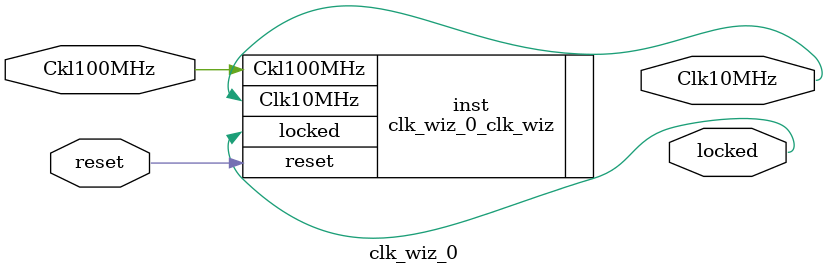
<source format=v>


`timescale 1ps/1ps

(* CORE_GENERATION_INFO = "clk_wiz_0,clk_wiz_v6_0_1_0_0,{component_name=clk_wiz_0,use_phase_alignment=true,use_min_o_jitter=false,use_max_i_jitter=false,use_dyn_phase_shift=false,use_inclk_switchover=false,use_dyn_reconfig=false,enable_axi=0,feedback_source=FDBK_AUTO,PRIMITIVE=MMCM,num_out_clk=1,clkin1_period=10.000,clkin2_period=10.000,use_power_down=false,use_reset=true,use_locked=true,use_inclk_stopped=false,feedback_type=SINGLE,CLOCK_MGR_TYPE=NA,manual_override=false}" *)

module clk_wiz_0 
 (
  // Clock out ports
  output        Clk10MHz,
  // Status and control signals
  input         reset,
  output        locked,
 // Clock in ports
  input         Ckl100MHz
 );

  clk_wiz_0_clk_wiz inst
  (
  // Clock out ports  
  .Clk10MHz(Clk10MHz),
  // Status and control signals               
  .reset(reset), 
  .locked(locked),
 // Clock in ports
  .Ckl100MHz(Ckl100MHz)
  );

endmodule

</source>
